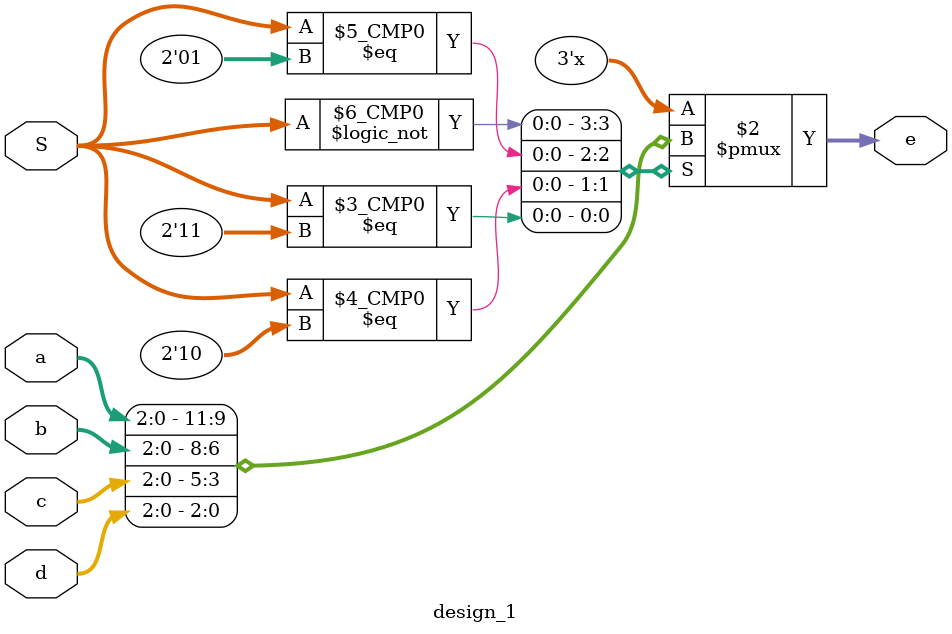
<source format=v>
`timescale 1ns / 1ps


module design_1
    (
    input [2:0]a,
    input [2:0]b,
    input [2:0]c,
    input [2:0]d,
    input [1:0]S,
    output reg[2:0]e
    );
    always @(a,b,c,d,S) 
    begin
        case(S[1:0])
            2'b00: e = a;      
            2'b01: e = b;
            2'b10: e = c;
            2'b11: e = d;
            default:e = 2'b00;  
        endcase
    end
endmodule

</source>
